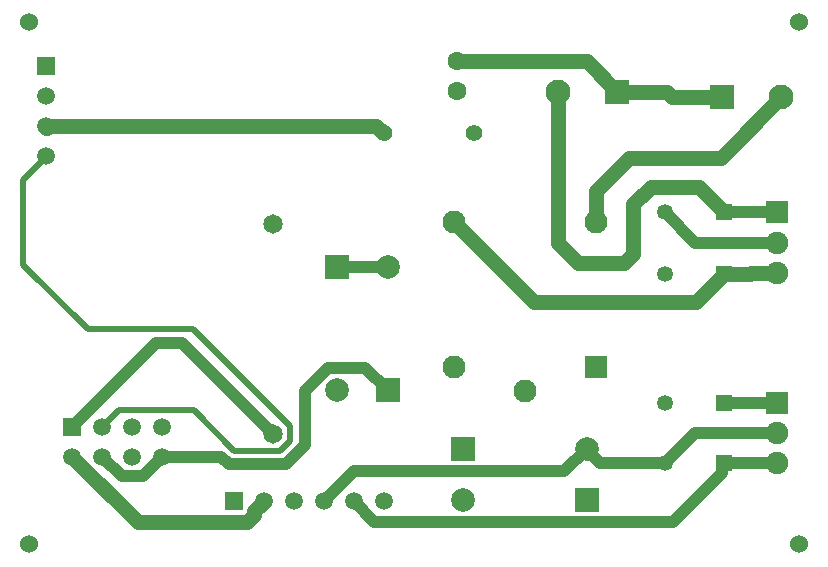
<source format=gbr>
%TF.GenerationSoftware,Altium Limited,Altium Designer,21.0.9 (235)*%
G04 Layer_Physical_Order=2*
G04 Layer_Color=16711680*
%FSLAX45Y45*%
%MOMM*%
%TF.SameCoordinates,CD0AAE9F-0E9C-42BF-811C-419C72380B22*%
%TF.FilePolarity,Positive*%
%TF.FileFunction,Copper,L2,Bot,Signal*%
%TF.Part,Single*%
G01*
G75*
%TA.AperFunction,Conductor*%
%ADD10C,1.01600*%
%ADD11C,1.27000*%
%TA.AperFunction,ComponentPad*%
%ADD12R,1.50000X1.50000*%
%ADD13C,1.50000*%
%ADD14R,1.50000X1.50000*%
%ADD15C,2.10000*%
%ADD16R,2.10000X2.10000*%
%TA.AperFunction,WasherPad*%
%ADD17C,1.52400*%
%TA.AperFunction,ComponentPad*%
%ADD18C,2.00000*%
%ADD19R,2.00000X2.00000*%
%ADD20C,1.65000*%
%ADD21R,2.00000X2.00000*%
%ADD22C,1.95000*%
%ADD23R,1.95000X1.95000*%
%ADD24C,1.40000*%
%ADD25C,1.60000*%
%ADD26C,1.35000*%
%ADD27R,1.35000X1.35000*%
%ADD28R,1.91000X1.91000*%
%ADD29C,1.91000*%
%TA.AperFunction,Conductor*%
%ADD30C,0.50800*%
D10*
X1197395Y817632D02*
X1361295Y981532D01*
X2406375Y917234D02*
X2566711Y1077570D01*
X1017195Y817632D02*
X1197395D01*
X853295Y981532D02*
X1017195Y817632D01*
X1361295Y981532D02*
X1858235D01*
X1922533Y917234D01*
X2566711Y1077570D02*
Y1535273D01*
X1922533Y917234D02*
X2406375D01*
X1310495Y1946732D02*
X1529357D01*
X2298555Y1177534D01*
X599295Y1235532D02*
X1310495Y1946732D01*
X2566711Y1535273D02*
X2763870Y1732433D01*
X3079935D01*
X3268835Y1543533D01*
X6103097Y841424D02*
Y912031D01*
X3157339Y426867D02*
X5688541D01*
X6103097Y841424D01*
Y912031D02*
X6119797Y928731D01*
X5619793Y3049092D02*
X5874794Y2794091D01*
X6567477D01*
X5619793Y928736D02*
X5874789Y1183731D01*
X6567477D01*
X5070371Y928736D02*
X5619793D01*
X4954074Y1045032D02*
X5070371Y928736D01*
X2981434Y602772D02*
X3157339Y426867D01*
X2727434Y602772D02*
X2980789Y856127D01*
X4765170D01*
X4954074Y1045032D01*
X6119797Y928731D02*
X6567477D01*
X6119797Y3049092D02*
X6567477D01*
X2842115Y2589530D02*
X3268835D01*
X6119797Y1438732D02*
X6567477D01*
D11*
X381000Y3761740D02*
X387224D01*
X3174997Y3784603D02*
X3234868Y3724732D01*
X3238386D01*
X381000Y3784603D02*
X3174997D01*
X2082518Y426172D02*
X2142034Y485688D01*
X2219434Y596549D02*
Y602772D01*
X2142034Y519149D02*
X2219434Y596549D01*
X2142034Y485688D02*
Y519149D01*
X1154655Y426172D02*
X2082518D01*
X599295Y981532D02*
X1154655Y426172D01*
X3859573Y4330253D02*
X4954552D01*
X5901388Y3267502D02*
X6119797Y3049092D01*
X5496415Y3267502D02*
X5901388D01*
X5349095Y3120182D02*
X5496415Y3267502D01*
X5274700Y2622342D02*
X5349095Y2696737D01*
Y3120182D01*
X4884275Y2622342D02*
X5274700D01*
X4714095Y2792522D02*
X4884275Y2622342D01*
X5878467Y2289602D02*
X6119797Y2530932D01*
X4510047Y2289602D02*
X5878467D01*
X3831074Y2968574D02*
X4510047Y2289602D01*
X5031077Y2968574D02*
Y3228884D01*
X5313566Y3511372D02*
X6091593D01*
X5031077Y3228884D02*
X5313566Y3511372D01*
X4714095Y2792522D02*
Y4070711D01*
X4711555Y4073251D02*
X4714095Y4070711D01*
X6091593Y3511372D02*
X6603474Y4023253D01*
X4954552Y4330253D02*
X5211554Y4073251D01*
X6345314Y2539091D02*
X6567477D01*
X6337155Y2530932D02*
X6345314Y2539091D01*
X6119797Y2530932D02*
X6337155D01*
X5681033Y4023253D02*
X6103475D01*
X5631035Y4073251D02*
X5681033Y4023253D01*
X5211554Y4073251D02*
X5631035D01*
D12*
X381000Y4292603D02*
D03*
D13*
Y4038603D02*
D03*
Y3784603D02*
D03*
Y3530603D02*
D03*
X1361295Y981532D02*
D03*
X1107295D02*
D03*
X853295D02*
D03*
X599295D02*
D03*
X853295Y1235532D02*
D03*
X1107295D02*
D03*
X1361295D02*
D03*
X2219434Y602772D02*
D03*
X2473434D02*
D03*
X2727434D02*
D03*
X2981434D02*
D03*
X3235434D02*
D03*
D14*
X599295Y1235532D02*
D03*
X1965434Y602772D02*
D03*
D15*
X6603474Y4023253D02*
D03*
X4711555Y4073251D02*
D03*
D16*
X6103475Y4023253D02*
D03*
X5211554Y4073251D02*
D03*
D17*
X230614Y4658253D02*
D03*
Y238025D02*
D03*
X6755874D02*
D03*
Y4658253D02*
D03*
D18*
X3908077Y615772D02*
D03*
X4954074Y1045032D02*
D03*
X2842115Y1543533D02*
D03*
X3268835Y2589530D02*
D03*
D19*
X4954074Y615772D02*
D03*
X3908077Y1045032D02*
D03*
D20*
X2298555Y2955534D02*
D03*
Y1177534D02*
D03*
D21*
X2842115Y2589530D02*
D03*
X3268835Y1543533D02*
D03*
D22*
X4431073Y1538575D02*
D03*
X3831074Y1738574D02*
D03*
Y2968574D02*
D03*
X5031077D02*
D03*
D23*
Y1738574D02*
D03*
D24*
X3238386Y3724732D02*
D03*
X4000386D02*
D03*
D25*
X3859573Y4076253D02*
D03*
Y4330253D02*
D03*
D26*
X5619793Y928736D02*
D03*
Y1438732D02*
D03*
Y3049092D02*
D03*
Y2530932D02*
D03*
D27*
X6119797Y928731D02*
D03*
Y1438732D02*
D03*
Y3049092D02*
D03*
Y2530932D02*
D03*
D28*
X6567477Y1438732D02*
D03*
Y3049092D02*
D03*
D29*
Y1183731D02*
D03*
Y928731D02*
D03*
Y2794091D02*
D03*
Y2539091D02*
D03*
D30*
X365700Y3507740D02*
X381000D01*
X185795Y3327835D02*
X365700Y3507740D01*
X1969877Y1031534D02*
X2359030D01*
X1627379Y1374032D02*
X1969877Y1031534D01*
X991795Y1374032D02*
X1627379D01*
X853295Y1235532D02*
X991795Y1374032D01*
X2444555Y1117059D02*
Y1238009D01*
X1621532Y2061032D02*
X2444555Y1238009D01*
X729993Y2061032D02*
X1621532D01*
X185795Y2605230D02*
X729993Y2061032D01*
X185795Y2605230D02*
Y3327835D01*
X2359030Y1031534D02*
X2444555Y1117059D01*
%TF.MD5,c26da704c74d40db0e253e6ceb0658c8*%
M02*

</source>
